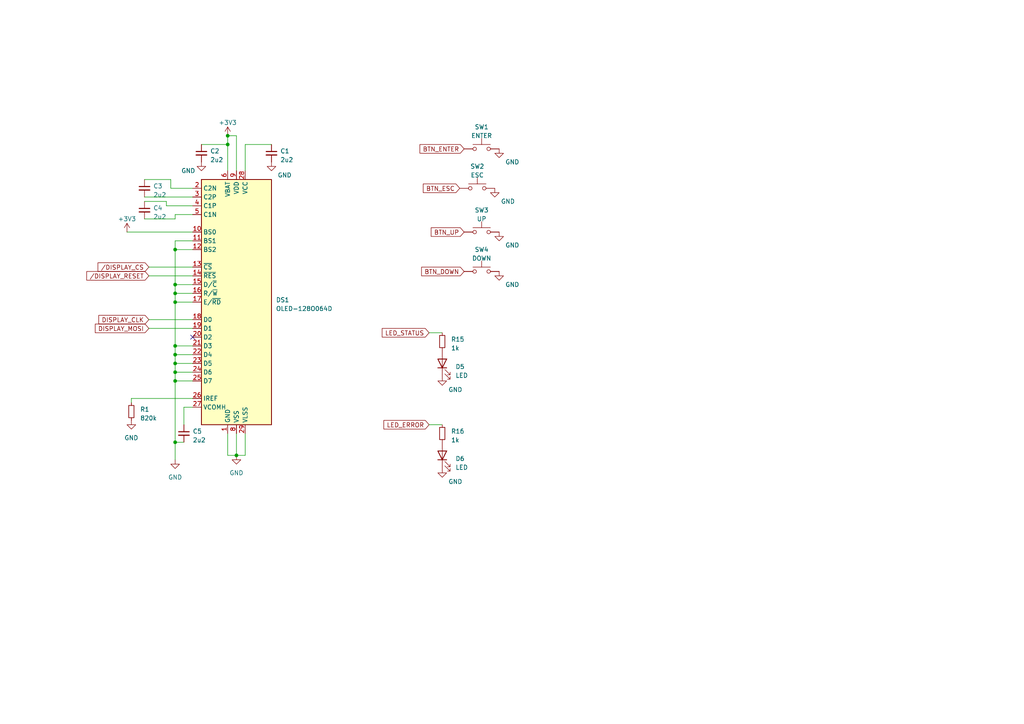
<source format=kicad_sch>
(kicad_sch (version 20230121) (generator eeschema)
  (paper "A4")
  (lib_symbols
    (symbol "Device:C_Small" (pin_numbers hide) (pin_names (offset 0.254) hide)
      (property "Reference" "C" (at 0.254 1.778 0))
      (property "Value" "C_Small" (at 0.254 -2.032 0))
      (symbol "C_Small_0_1"
        (polyline (pts (xy -1.524 -0.508) (xy 1.524 -0.508)) (stroke (width 0.3302)))
        (polyline (pts (xy -1.524 0.508) (xy 1.524 0.508)) (stroke (width 0.3048)))
      )
      (symbol "C_Small_1_1"
        (pin passive line (at 0 2.54 270) (length 2.032) (name "~") (number "1"))
        (pin passive line (at 0 -2.54 90) (length 2.032) (name "~") (number "2"))
      )
    )
    (symbol "Device:LED" (pin_numbers hide) (pin_names (offset 1.016) hide)
      (property "Reference" "D" (at 0 2.54 0))
      (property "Value" "LED" (at 0 -2.54 0))
      (symbol "LED_0_1"
        (polyline (pts (xy -1.27 -1.27) (xy -1.27 1.27)) (stroke (width 0.254)))
        (polyline (pts (xy -1.27 0) (xy 1.27 0)))
        (polyline (pts (xy 1.27 -1.27) (xy 1.27 1.27) (xy -1.27 0) (xy 1.27 -1.27)) (stroke (width 0.254)))
        (polyline (pts (xy -3.048 -0.762) (xy -4.572 -2.286) (xy -3.81 -2.286) (xy -4.572 -2.286) (xy -4.572 -1.524)))
        (polyline (pts (xy -1.778 -0.762) (xy -3.302 -2.286) (xy -2.54 -2.286) (xy -3.302 -2.286) (xy -3.302 -1.524)))
      )
      (symbol "LED_1_1"
        (pin passive line (at -3.81 0 0) (length 2.54) (name "K") (number "1"))
        (pin passive line (at 3.81 0 180) (length 2.54) (name "A") (number "2"))
      )
    )
    (symbol "Device:R_Small" (pin_numbers hide) (pin_names (offset 0.254) hide)
      (property "Reference" "R" (at 0.762 0.508 0))
      (property "Value" "R_Small" (at 0.762 -1.016 0))
      (symbol "R_Small_0_1"
        (rectangle (start -0.762 1.778) (end 0.762 -1.778) (stroke (width 0.2032)))
      )
      (symbol "R_Small_1_1"
        (pin passive line (at 0 2.54 270) (length 0.762) (name "~") (number "1"))
        (pin passive line (at 0 -2.54 90) (length 0.762) (name "~") (number "2"))
      )
    )
    (symbol "Display_Graphic:OLED-128O064D"
      (property "Reference" "DS" (at -10.16 38.1 0))
      (property "Value" "OLED-128O064D" (at 12.7 38.1 0))
      (symbol "OLED-128O064D_0_1"
        (rectangle (start -10.16 35.56) (end 10.16 -35.56) (stroke (width 0.254)) (fill (type background)))
      )
      (symbol "OLED-128O064D_1_1"
        (pin power_in line (at -2.54 -38.1 90) (length 2.54) (name "GND") (number "1"))
        (pin input line (at -12.7 20.32 0) (length 2.54) (name "BS0") (number "10"))
        (pin input line (at -12.7 17.78 0) (length 2.54) (name "BS1") (number "11"))
        (pin input line (at -12.7 15.24 0) (length 2.54) (name "BS2") (number "12"))
        (pin input line (at -12.7 10.16 0) (length 2.54) (name "~{CS}") (number "13"))
        (pin input line (at -12.7 7.62 0) (length 2.54) (name "~{RES}") (number "14"))
        (pin input line (at -12.7 5.08 0) (length 2.54) (name "D/~{C}") (number "15"))
        (pin input line (at -12.7 2.54 0) (length 2.54) (name "R/~{W}") (number "16"))
        (pin input line (at -12.7 0 0) (length 2.54) (name "E/~{RD}") (number "17"))
        (pin bidirectional line (at -12.7 -5.08 0) (length 2.54) (name "D0") (number "18"))
        (pin bidirectional line (at -12.7 -7.62 0) (length 2.54) (name "D1") (number "19"))
        (pin passive line (at -12.7 33.02 0) (length 2.54) (name "C2N") (number "2"))
        (pin bidirectional line (at -12.7 -10.16 0) (length 2.54) (name "D2") (number "20"))
        (pin bidirectional line (at -12.7 -12.7 0) (length 2.54) (name "D3") (number "21"))
        (pin bidirectional line (at -12.7 -15.24 0) (length 2.54) (name "D4") (number "22"))
        (pin bidirectional line (at -12.7 -17.78 0) (length 2.54) (name "D5") (number "23"))
        (pin bidirectional line (at -12.7 -20.32 0) (length 2.54) (name "D6") (number "24"))
        (pin bidirectional line (at -12.7 -22.86 0) (length 2.54) (name "D7") (number "25"))
        (pin passive line (at -12.7 -27.94 0) (length 2.54) (name "IREF") (number "26"))
        (pin passive line (at -12.7 -30.48 0) (length 2.54) (name "VCOMH") (number "27"))
        (pin power_in line (at 2.54 38.1 270) (length 2.54) (name "VCC") (number "28"))
        (pin power_in line (at 2.54 -38.1 90) (length 2.54) (name "VLSS") (number "29"))
        (pin passive line (at -12.7 30.48 0) (length 2.54) (name "C2P") (number "3"))
        (pin passive line (at -2.54 -38.1 90) (length 2.54) hide (name "GND") (number "30"))
        (pin passive line (at -12.7 27.94 0) (length 2.54) (name "C1P") (number "4"))
        (pin passive line (at -12.7 25.4 0) (length 2.54) (name "C1N") (number "5"))
        (pin power_in line (at -2.54 38.1 270) (length 2.54) (name "VBAT") (number "6"))
        (pin no_connect line (at 10.16 0 180) (length 2.54) hide (name "NC") (number "7"))
        (pin power_in line (at 0 -38.1 90) (length 2.54) (name "VSS") (number "8"))
        (pin power_in line (at 0 38.1 270) (length 2.54) (name "VDD") (number "9"))
      )
    )
    (symbol "Switch:SW_Push" (pin_numbers hide) (pin_names (offset 1.016) hide)
      (property "Reference" "SW" (at 1.27 2.54 0))
      (property "Value" "SW_Push" (at 0 -1.524 0))
      (symbol "SW_Push_0_1"
        (circle (center -2.032 0) (radius 0.508))
        (polyline (pts (xy 0 1.27) (xy 0 3.048)))
        (polyline (pts (xy 2.54 1.27) (xy -2.54 1.27)))
        (circle (center 2.032 0) (radius 0.508))
        (pin passive line (at -5.08 0 0) (length 2.54) (name "1") (number "1"))
        (pin passive line (at 5.08 0 180) (length 2.54) (name "2") (number "2"))
      )
    )
    (symbol "power:+3V3" (power) (pin_names (offset 0))
      (property "Value" "+3V3" (at 0 3.556 0))
      (symbol "+3V3_0_1"
        (polyline (pts (xy -0.762 1.27) (xy 0 2.54)))
        (polyline (pts (xy 0 0) (xy 0 2.54)))
        (polyline (pts (xy 0 2.54) (xy 0.762 1.27)))
      )
      (symbol "+3V3_1_1"
        (pin power_in line (at 0 0 90) (length 0) hide (name "+3V3") (number "1"))
      )
    )
    (symbol "power:GND" (power) (pin_names (offset 0))
      (property "Value" "GND" (at 0 -3.81 0))
      (symbol "GND_0_1"
        (polyline (pts (xy 0 0) (xy 0 -1.27) (xy 1.27 -1.27) (xy 0 -2.54) (xy -1.27 -1.27) (xy 0 -1.27)))
      )
      (symbol "GND_1_1"
        (pin power_in line (at 0 0 270) (length 0) hide (name "GND") (number "1"))
      )
    )
  )
  (junction (at 50.8 87.63))
  (junction (at 66.04 39.37))
  (junction (at 66.04 41.91))
  (junction (at 50.8 102.87))
  (junction (at 50.8 72.39))
  (junction (at 50.8 85.09))
  (junction (at 50.8 105.41))
  (junction (at 50.8 82.55))
  (junction (at 68.58 132.08))
  (junction (at 50.8 128.27))
  (junction (at 50.8 100.33))
  (junction (at 50.8 107.95))
  (junction (at 50.8 110.49))
  (no_connect (at 55.88 97.79))
  (wire (pts (xy 50.8 72.39) (xy 55.88 72.39)))
  (wire (pts (xy 66.04 132.08) (xy 68.58 132.08)))
  (wire (pts (xy 68.58 49.53) (xy 68.58 39.37)))
  (wire (pts (xy 55.88 69.85) (xy 50.8 69.85)))
  (wire (pts (xy 50.8 85.09) (xy 50.8 87.63)))
  (wire (pts (xy 50.8 82.55) (xy 50.8 85.09)))
  (wire (pts (xy 71.12 132.08) (xy 68.58 132.08)))
  (wire (pts (xy 50.8 102.87) (xy 55.88 102.87)))
  (wire (pts (xy 50.8 107.95) (xy 55.88 107.95)))
  (wire (pts (xy 68.58 125.73) (xy 68.58 132.08)))
  (wire (pts (xy 50.8 63.5) (xy 50.8 62.23)))
  (wire (pts (xy 49.53 52.07) (xy 41.91 52.07)))
  (wire (pts (xy 38.1 116.84) (xy 38.1 115.57)))
  (wire (pts (xy 50.8 105.41) (xy 55.88 105.41)))
  (wire (pts (xy 43.18 92.71) (xy 55.88 92.71)))
  (wire (pts (xy 50.8 107.95) (xy 50.8 110.49)))
  (wire (pts (xy 68.58 39.37) (xy 66.04 39.37)))
  (wire (pts (xy 124.46 123.19) (xy 128.27 123.19)))
  (wire (pts (xy 41.91 63.5) (xy 50.8 63.5)))
  (wire (pts (xy 43.18 95.25) (xy 55.88 95.25)))
  (wire (pts (xy 124.46 96.52) (xy 128.27 96.52)))
  (wire (pts (xy 36.83 67.31) (xy 55.88 67.31)))
  (wire (pts (xy 78.74 41.91) (xy 71.12 41.91)))
  (wire (pts (xy 50.8 102.87) (xy 50.8 105.41)))
  (wire (pts (xy 48.26 59.69) (xy 48.26 58.42)))
  (wire (pts (xy 50.8 69.85) (xy 50.8 72.39)))
  (wire (pts (xy 50.8 100.33) (xy 50.8 102.87)))
  (wire (pts (xy 53.34 118.11) (xy 53.34 123.19)))
  (wire (pts (xy 50.8 110.49) (xy 50.8 128.27)))
  (wire (pts (xy 50.8 110.49) (xy 55.88 110.49)))
  (wire (pts (xy 43.18 77.47) (xy 55.88 77.47)))
  (wire (pts (xy 66.04 41.91) (xy 66.04 49.53)))
  (wire (pts (xy 71.12 125.73) (xy 71.12 132.08)))
  (wire (pts (xy 50.8 85.09) (xy 55.88 85.09)))
  (wire (pts (xy 50.8 62.23) (xy 55.88 62.23)))
  (wire (pts (xy 50.8 105.41) (xy 50.8 107.95)))
  (wire (pts (xy 50.8 128.27) (xy 53.34 128.27)))
  (wire (pts (xy 55.88 54.61) (xy 49.53 54.61)))
  (wire (pts (xy 50.8 87.63) (xy 50.8 100.33)))
  (wire (pts (xy 55.88 59.69) (xy 48.26 59.69)))
  (wire (pts (xy 38.1 115.57) (xy 55.88 115.57)))
  (wire (pts (xy 55.88 118.11) (xy 53.34 118.11)))
  (wire (pts (xy 50.8 72.39) (xy 50.8 82.55)))
  (wire (pts (xy 50.8 87.63) (xy 55.88 87.63)))
  (wire (pts (xy 41.91 57.15) (xy 55.88 57.15)))
  (wire (pts (xy 50.8 128.27) (xy 50.8 133.35)))
  (wire (pts (xy 50.8 82.55) (xy 55.88 82.55)))
  (wire (pts (xy 66.04 39.37) (xy 66.04 41.91)))
  (wire (pts (xy 58.42 41.91) (xy 66.04 41.91)))
  (wire (pts (xy 50.8 100.33) (xy 55.88 100.33)))
  (wire (pts (xy 49.53 54.61) (xy 49.53 52.07)))
  (wire (pts (xy 43.18 80.01) (xy 55.88 80.01)))
  (wire (pts (xy 71.12 41.91) (xy 71.12 49.53)))
  (wire (pts (xy 48.26 58.42) (xy 41.91 58.42)))
  (wire (pts (xy 66.04 125.73) (xy 66.04 132.08)))
  (global_label "BTN_ESC" (shape input) (at 133.35 54.61 180) (property "Intersheetrefs" "${INTERSHEET_REFS}" (effects hide)))
  (global_label "BTN_UP" (shape input) (at 134.62 67.31 180) (property "Intersheetrefs" "${INTERSHEET_REFS}" (effects hide)))
  (global_label "BTN_DOWN" (shape input) (at 134.62 78.74 180) (property "Intersheetrefs" "${INTERSHEET_REFS}" (effects hide)))
  (global_label "{slash}DISPLAY_CS" (shape input) (at 43.18 77.47 180) (property "Intersheetrefs" "${INTERSHEET_REFS}" (effects hide)))
  (global_label "LED_ERROR" (shape input) (at 124.46 123.19 180) (property "Intersheetrefs" "${INTERSHEET_REFS}" (effects hide)))
  (global_label "DISPLAY_CLK" (shape input) (at 43.18 92.71 180) (property "Intersheetrefs" "${INTERSHEET_REFS}" (effects hide)))
  (global_label "LED_STATUS" (shape input) (at 124.46 96.52 180) (property "Intersheetrefs" "${INTERSHEET_REFS}" (effects hide)))
  (global_label "{slash}DISPLAY_RESET" (shape input) (at 43.18 80.01 180) (property "Intersheetrefs" "${INTERSHEET_REFS}" (effects hide)))
  (global_label "BTN_ENTER" (shape input) (at 134.62 43.18 180) (property "Intersheetrefs" "${INTERSHEET_REFS}" (effects hide)))
  (global_label "DISPLAY_MOSI" (shape input) (at 43.18 95.25 180) (property "Intersheetrefs" "${INTERSHEET_REFS}" (effects hide)))
  (symbol (lib_id "Display_Graphic:OLED-128O064D") (at 68.58 87.63 0) (unit 1)
    (property "Reference" "DS1" (at 80.01 86.995 0) (effects (justify left)))
    (property "Value" "OLED-128O064D" (at 80.01 89.535 0) (effects (justify left)))
    (property "Footprint" "Display:OLED-128O064D" (effects hide))
    (property "Datasheet" "https://www.vishay.com/docs/37902/oled128o064dbpp3n00000.pdf" (effects hide))
  )
  (symbol (lib_id "power:GND") (at 38.1 121.92 0) (unit 1)
    (property "Reference" "#PWR07" (effects hide))
    (property "Value" "GND" (at 38.1 127 0))
  )
  (symbol (lib_id "power:+3V3") (at 36.83 67.31 0) (unit 1)
    (property "Reference" "#PWR06" (effects hide))
    (property "Value" "+3V3" (at 36.83 63.5 0))
  )
  (symbol (lib_id "Switch:SW_Push") (at 138.43 54.61 0) (unit 1)
    (property "Reference" "SW2" (at 138.43 48.26 0))
    (property "Value" "ESC" (at 138.43 50.8 0))
    (property "Footprint" "Button_Switch_SMD:SW_SPST_B3S-1000" (effects hide))
  )
  (symbol (lib_id "power:GND") (at 143.51 54.61 0) (unit 1)
    (property "Reference" "#PWR085" (effects hide))
    (property "Value" "GND" (at 147.32 58.42 0))
  )
  (symbol (lib_id "Switch:SW_Push") (at 139.7 78.74 0) (unit 1)
    (property "Reference" "SW4" (at 139.7 72.39 0))
    (property "Value" "DOWN" (at 139.7 74.93 0))
    (property "Footprint" "Button_Switch_SMD:SW_SPST_B3S-1000" (effects hide))
  )
  (symbol (lib_id "power:GND") (at 50.8 133.35 0) (unit 1)
    (property "Reference" "#PWR05" (effects hide))
    (property "Value" "GND" (at 50.8 138.43 0))
  )
  (symbol (lib_id "Switch:SW_Push") (at 139.7 43.18 0) (unit 1)
    (property "Reference" "SW1" (at 139.7 36.83 0))
    (property "Value" "ENTER" (at 139.7 39.37 0))
    (property "Footprint" "Button_Switch_SMD:SW_SPST_B3S-1000" (effects hide))
  )
  (symbol (lib_id "Device:C_Small") (at 41.91 60.96 0) (unit 1)
    (property "Reference" "C4" (at 44.45 60.3313 0) (effects (justify left)))
    (property "Value" "2u2" (at 44.45 62.8713 0) (effects (justify left)))
  )
  (symbol (lib_id "Device:LED") (at 128.27 132.08 90) (unit 1)
    (property "Reference" "D6" (at 132.08 133.0325 90) (effects (justify right)))
    (property "Value" "LED" (at 132.08 135.5725 90) (effects (justify right)))
  )
  (symbol (lib_id "Device:LED") (at 128.27 105.41 90) (unit 1)
    (property "Reference" "D5" (at 132.08 106.3625 90) (effects (justify right)))
    (property "Value" "LED" (at 132.08 108.9025 90) (effects (justify right)))
  )
  (symbol (lib_id "power:+3V3") (at 66.04 39.37 0) (unit 1)
    (property "Reference" "#PWR01" (effects hide))
    (property "Value" "+3V3" (at 66.04 35.56 0))
  )
  (symbol (lib_id "power:GND") (at 144.78 67.31 0) (unit 1)
    (property "Reference" "#PWR086" (effects hide))
    (property "Value" "GND" (at 148.59 71.12 0))
  )
  (symbol (lib_id "Device:C_Small") (at 78.74 44.45 0) (unit 1)
    (property "Reference" "C1" (at 81.28 43.8213 0) (effects (justify left)))
    (property "Value" "2u2" (at 81.28 46.3613 0) (effects (justify left)))
  )
  (symbol (lib_id "Device:C_Small") (at 53.34 125.73 0) (unit 1)
    (property "Reference" "C5" (at 55.88 125.1013 0) (effects (justify left)))
    (property "Value" "2u2" (at 55.88 127.6413 0) (effects (justify left)))
  )
  (symbol (lib_id "power:GND") (at 58.42 46.99 0) (unit 1)
    (property "Reference" "#PWR04" (effects hide))
    (property "Value" "GND" (at 54.61 49.53 0))
  )
  (symbol (lib_id "power:GND") (at 68.58 132.08 0) (unit 1)
    (property "Reference" "#PWR02" (effects hide))
    (property "Value" "GND" (at 68.58 137.16 0))
  )
  (symbol (lib_id "power:GND") (at 78.74 46.99 0) (unit 1)
    (property "Reference" "#PWR03" (effects hide))
    (property "Value" "GND" (at 82.55 50.8 0))
  )
  (symbol (lib_id "power:GND") (at 144.78 43.18 0) (unit 1)
    (property "Reference" "#PWR084" (effects hide))
    (property "Value" "GND" (at 148.59 46.99 0))
  )
  (symbol (lib_id "Device:R_Small") (at 128.27 99.06 0) (unit 1)
    (property "Reference" "R15" (at 130.81 98.425 0) (effects (justify left)))
    (property "Value" "1k" (at 130.81 100.965 0) (effects (justify left)))
  )
  (symbol (lib_id "Device:R_Small") (at 128.27 125.73 0) (unit 1)
    (property "Reference" "R16" (at 130.81 125.095 0) (effects (justify left)))
    (property "Value" "1k" (at 130.81 127.635 0) (effects (justify left)))
  )
  (symbol (lib_id "Switch:SW_Push") (at 139.7 67.31 0) (unit 1)
    (property "Reference" "SW3" (at 139.7 60.96 0))
    (property "Value" "UP" (at 139.7 63.5 0))
    (property "Footprint" "Button_Switch_SMD:SW_SPST_B3S-1000" (effects hide))
  )
  (symbol (lib_id "Device:R_Small") (at 38.1 119.38 0) (unit 1)
    (property "Reference" "R1" (at 40.64 118.745 0) (effects (justify left)))
    (property "Value" "820k" (at 40.64 121.285 0) (effects (justify left)))
  )
  (symbol (lib_id "Device:C_Small") (at 41.91 54.61 0) (unit 1)
    (property "Reference" "C3" (at 44.45 53.9813 0) (effects (justify left)))
    (property "Value" "2u2" (at 44.45 56.5213 0) (effects (justify left)))
  )
  (symbol (lib_id "power:GND") (at 144.78 78.74 0) (unit 1)
    (property "Reference" "#PWR087" (effects hide))
    (property "Value" "GND" (at 148.59 82.55 0))
  )
  (symbol (lib_id "power:GND") (at 128.27 135.89 0) (unit 1)
    (property "Reference" "#PWR089" (effects hide))
    (property "Value" "GND" (at 132.08 139.7 0))
  )
  (symbol (lib_id "Device:C_Small") (at 58.42 44.45 0) (unit 1)
    (property "Reference" "C2" (at 60.96 43.8213 0) (effects (justify left)))
    (property "Value" "2u2" (at 60.96 46.3613 0) (effects (justify left)))
  )
  (symbol (lib_id "power:GND") (at 128.27 109.22 0) (unit 1)
    (property "Reference" "#PWR088" (effects hide))
    (property "Value" "GND" (at 132.08 113.03 0))
  )
)
</source>
